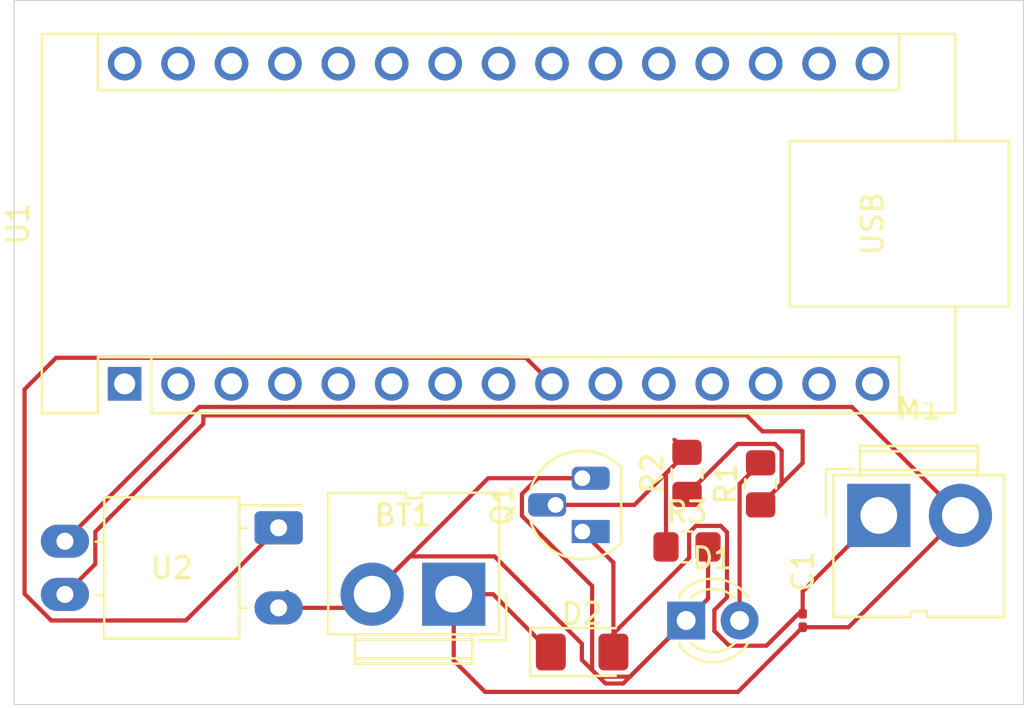
<source format=kicad_pcb>
(kicad_pcb (version 20240108) (generator "pcbnew") (generator_version "8.0")
  (layers (0 "F.Cu" signal) (31 "B.Cu" signal) (34 "B.Paste" user) (35 "F.Paste" user) (36 "B.SilkS" user "B.Silkscreen") (37 "F.SilkS" user "F.Silkscreen") (38 "B.Mask" user) (39 "F.Mask" user) (44 "Edge.Cuts" user))
  (net 0 "")
  (net 1 "Net-(BT1-+)")
  (net 2 "GND")
  (net 3 "Net-(D2-A)")
  (net 4 "Net-(D1-A)")
  (net 5 "Net-(Q1-G)")
  (net 6 "Net-(R1-Pad1)")
  (net 7 "Net-(U1-D6)")
  (footprint "Module:Arduino_Nano_WithMountingHoles" (layer "F.Cu") (at 34.26 60.74 90)
    (property "Reference" "U1" (at 7.62 -5.08 -90) (layer "F.SilkS"))
    (property "Value" "~")
    (fp_line (start 16.64 -3.94) (end -1.4 -3.94) (stroke (width 0.12)) (layer "F.SilkS"))
    (fp_line (start -1.4 -3.94) (end -1.4 -1.27) (stroke (width 0.12)) (layer "F.SilkS"))
    (fp_line (start 13.97 -1.27) (end 16.64 -1.27) (stroke (width 0.12)) (layer "F.SilkS"))
    (fp_line (start 13.97 -1.27) (end 13.97 36.83) (stroke (width 0.12)) (layer "F.SilkS"))
    (fp_line (start 1.27 -1.27) (end -1.4 -1.27) (stroke (width 0.12)) (layer "F.SilkS"))
    (fp_line (start 1.27 1.27) (end 1.27 -1.27) (stroke (width 0.12)) (layer "F.SilkS"))
    (fp_line (start 1.27 1.27) (end -1.4 1.27) (stroke (width 0.12)) (layer "F.SilkS"))
    (fp_line (start 1.27 1.27) (end 1.27 36.83) (stroke (width 0.12)) (layer "F.SilkS"))
    (fp_line (start -1.4 1.27) (end -1.4 39.5) (stroke (width 0.12)) (layer "F.SilkS"))
    (fp_line (start 11.56 31.62) (end 11.56 42.04) (stroke (width 0.12)) (layer "F.SilkS"))
    (fp_line (start 3.68 31.62) (end 11.56 31.62) (stroke (width 0.12)) (layer "F.SilkS"))
    (fp_line (start 13.97 36.83) (end 16.64 36.83) (stroke (width 0.12)) (layer "F.SilkS"))
    (fp_line (start 1.27 36.83) (end -1.4 36.83) (stroke (width 0.12)) (layer "F.SilkS"))
    (fp_line (start 16.64 39.5) (end 16.64 -3.94) (stroke (width 0.12)) (layer "F.SilkS"))
    (fp_line (start 16.64 39.5) (end 11.56 39.5) (stroke (width 0.12)) (layer "F.SilkS"))
    (fp_line (start -1.4 39.5) (end 3.68 39.5) (stroke (width 0.12)) (layer "F.SilkS"))
    (fp_line (start 11.56 42.04) (end 3.68 42.04) (stroke (width 0.12)) (layer "F.SilkS"))
    (fp_line (start 3.68 42.04) (end 3.68 31.62) (stroke (width 0.12)) (layer "F.SilkS"))
    (fp_text user "USB" (at 7.62 35.56 90) (layer "F.SilkS"))
    (pad "" np_thru_hole circle (at 0 -2.54 90) (size 1.78 1.78) (drill 1.78) (layers "*.Cu" "*.Mask"))
    (pad "" np_thru_hole circle (at 0 38.1 90) (size 1.78 1.78) (drill 1.78) (layers "*.Cu" "*.Mask"))
    (pad "" np_thru_hole circle (at 15.24 -2.54 90) (size 1.78 1.78) (drill 1.78) (layers "*.Cu" "*.Mask"))
    (pad "" np_thru_hole circle (at 15.24 38.1 90) (size 1.78 1.78) (drill 1.78) (layers "*.Cu" "*.Mask"))
    (pad "1" thru_hole rect (at 0 0 90) (size 1.6 1.6) (drill 1) (layers "*.Cu" "*.Mask"))
    (pad "2" thru_hole oval (at 0 2.54 90) (size 1.6 1.6) (drill 1) (layers "*.Cu" "*.Mask"))
    (pad "3" thru_hole oval (at 0 5.08 90) (size 1.6 1.6) (drill 1) (layers "*.Cu" "*.Mask"))
    (pad "4" thru_hole oval (at 0 7.62 90) (size 1.6 1.6) (drill 1) (layers "*.Cu" "*.Mask"))
    (pad "5" thru_hole oval (at 0 10.16 90) (size 1.6 1.6) (drill 1) (layers "*.Cu" "*.Mask"))
    (pad "6" thru_hole oval (at 0 12.7 90) (size 1.6 1.6) (drill 1) (layers "*.Cu" "*.Mask"))
    (pad "7" thru_hole oval (at 0 15.24 90) (size 1.6 1.6) (drill 1) (layers "*.Cu" "*.Mask"))
    (pad "8" thru_hole oval (at 0 17.78 90) (size 1.6 1.6) (drill 1) (layers "*.Cu" "*.Mask"))
    (pad "9" thru_hole oval (at 0 20.32 90) (size 1.6 1.6) (drill 1) (layers "*.Cu" "*.Mask") (net 7 "Net-(U1-D6)"))
    (pad "10" thru_hole oval (at 0 22.86 90) (size 1.6 1.6) (drill 1) (layers "*.Cu" "*.Mask"))
    (pad "11" thru_hole oval (at 0 25.4 90) (size 1.6 1.6) (drill 1) (layers "*.Cu" "*.Mask"))
    (pad "12" thru_hole oval (at 0 27.94 90) (size 1.6 1.6) (drill 1) (layers "*.Cu" "*.Mask"))
    (pad "13" thru_hole oval (at 0 30.48 90) (size 1.6 1.6) (drill 1) (layers "*.Cu" "*.Mask"))
    (pad "14" thru_hole oval (at 0 33.02 90) (size 1.6 1.6) (drill 1) (layers "*.Cu" "*.Mask"))
    (pad "15" thru_hole oval (at 0 35.56 90) (size 1.6 1.6) (drill 1) (layers "*.Cu" "*.Mask"))
    (pad "16" thru_hole oval (at 15.24 35.56 90) (size 1.6 1.6) (drill 1) (layers "*.Cu" "*.Mask"))
    (pad "17" thru_hole oval (at 15.24 33.02 90) (size 1.6 1.6) (drill 1) (layers "*.Cu" "*.Mask"))
    (pad "18" thru_hole oval (at 15.24 30.48 90) (size 1.6 1.6) (drill 1) (layers "*.Cu" "*.Mask"))
    (pad "19" thru_hole oval (at 15.24 27.94 90) (size 1.6 1.6) (drill 1) (layers "*.Cu" "*.Mask"))
    (pad "20" thru_hole oval (at 15.24 25.4 90) (size 1.6 1.6) (drill 1) (layers "*.Cu" "*.Mask"))
    (pad "21" thru_hole oval (at 15.24 22.86 90) (size 1.6 1.6) (drill 1) (layers "*.Cu" "*.Mask"))
    (pad "22" thru_hole oval (at 15.24 20.32 90) (size 1.6 1.6) (drill 1) (layers "*.Cu" "*.Mask"))
    (pad "23" thru_hole oval (at 15.24 17.78 90) (size 1.6 1.6) (drill 1) (layers "*.Cu" "*.Mask"))
    (pad "24" thru_hole oval (at 15.24 15.24 90) (size 1.6 1.6) (drill 1) (layers "*.Cu" "*.Mask"))
    (pad "25" thru_hole oval (at 15.24 12.7 90) (size 1.6 1.6) (drill 1) (layers "*.Cu" "*.Mask"))
    (pad "26" thru_hole oval (at 15.24 10.16 90) (size 1.6 1.6) (drill 1) (layers "*.Cu" "*.Mask"))
    (pad "27" thru_hole oval (at 15.24 7.62 90) (size 1.6 1.6) (drill 1) (layers "*.Cu" "*.Mask"))
    (pad "28" thru_hole oval (at 15.24 5.08 90) (size 1.6 1.6) (drill 1) (layers "*.Cu" "*.Mask"))
    (pad "29" thru_hole oval (at 15.24 2.54 90) (size 1.6 1.6) (drill 1) (layers "*.Cu" "*.Mask"))
    (pad "30" thru_hole oval (at 15.24 0 90) (size 1.6 1.6) (drill 1) (layers "*.Cu" "*.Mask"))
  )
  (footprint "OptoDevice:Luna_NSL-32" (layer "F.Cu") (at 41.58 67.59 180)
    (property "Reference" "U2" (at 5.08 -1.91 180) (layer "F.SilkS"))
    (property "Value" "NSL-32")
    (fp_line (start 8.29 1.45) (end 1.87 1.45) (stroke (width 0.12)) (layer "F.SilkS"))
    (fp_line (start 8.29 -0.66) (end 8.7 -0.66) (stroke (width 0.12)) (layer "F.SilkS"))
    (fp_line (start 8.29 -3.21) (end 8.7 -3.21) (stroke (width 0.12)) (layer "F.SilkS"))
    (fp_line (start 8.29 -5.27) (end 8.29 1.45) (stroke (width 0.12)) (layer "F.SilkS"))
    (fp_line (start 1.87 1.45) (end 1.87 -5.27) (stroke (width 0.12)) (layer "F.SilkS"))
    (fp_line (start 1.87 -5.27) (end 8.29 -5.27) (stroke (width 0.12)) (layer "F.SilkS"))
    (fp_line (start 1.46 0) (end 1.87 0) (stroke (width 0.12)) (layer "F.SilkS"))
    (fp_line (start 1.46 -3.8) (end 1.87 -3.8) (stroke (width 0.12)) (layer "F.SilkS"))
    (fp_line (start -1.12 1.07) (end 1.87 1.07) (stroke (width 0.12)) (layer "F.SilkS"))
    (pad "1" thru_hole roundrect (at 0 0 180) (size 2.29 1.57) (drill 0.81) (layers "*.Cu" "*.Mask") (roundrect_rratio 0.159) (net 7 "Net-(U1-D6)"))
    (pad "2" thru_hole oval (at 0 -3.81 180) (size 2.29 1.57) (drill 0.81) (layers "*.Cu" "*.Mask") (net 2 "GND"))
    (pad "3" thru_hole oval (at 10.16 -3.17 180) (size 2.29 1.57) (drill 0.81) (layers "*.Cu" "*.Mask") (net 6 "Net-(R1-Pad1)"))
    (pad "4" thru_hole oval (at 10.16 -0.64 180) (size 2.29 1.57) (drill 0.81) (layers "*.Cu" "*.Mask") (net 1 "Net-(BT1-+)"))
  )
  (footprint "Resistor_SMD:R_0805_2012Metric_Pad1.20x1.40mm_HandSolder" (layer "F.Cu") (at 61 65 90)
    (property "Reference" "R2" (at 0 -1.65 -90) (layer "F.SilkS"))
    (property "Value" "180")
    (fp_line (start -0.227064 -0.735) (end 0.227064 -0.735) (stroke (width 0.12)) (layer "F.SilkS"))
    (fp_line (start -0.227064 0.735) (end 0.227064 0.735) (stroke (width 0.12)) (layer "F.SilkS"))
    (pad "1" smd roundrect (at -1 0 90) (size 1.2 1.4) (layers "F.Cu" "F.Paste" "F.Mask") (roundrect_rratio 0.208333) (net 6 "Net-(R1-Pad1)"))
    (pad "2" smd roundrect (at 1 0 90) (size 1.2 1.4) (layers "F.Cu" "F.Paste" "F.Mask") (roundrect_rratio 0.208333) (net 5 "Net-(Q1-G)"))
  )
  (footprint "Resistor_SMD:R_0805_2012Metric_Pad1.20x1.40mm_HandSolder" (layer "F.Cu") (at 61 68.5)
    (property "Reference" "R3" (at 0 -1.65 0) (layer "F.SilkS"))
    (property "Value" "10k")
    (fp_line (start -0.227064 -0.735) (end 0.227064 -0.735) (stroke (width 0.12)) (layer "F.SilkS"))
    (fp_line (start -0.227064 0.735) (end 0.227064 0.735) (stroke (width 0.12)) (layer "F.SilkS"))
    (pad "1" smd roundrect (at -1 0) (size 1.2 1.4) (layers "F.Cu" "F.Paste" "F.Mask") (roundrect_rratio 0.208333) (net 5 "Net-(Q1-G)"))
    (pad "2" smd roundrect (at 1 0) (size 1.2 1.4) (layers "F.Cu" "F.Paste" "F.Mask") (roundrect_rratio 0.208333) (net 2 "GND"))
  )
  (footprint "Package_TO_SOT_THT:TO-92L_HandSolder" (layer "F.Cu") (at 56.02 67.77 90)
    (property "Reference" "Q1" (at 1.27 -3.8 -90) (layer "F.SilkS"))
    (property "Value" "NMOS")
    (fp_line (start -0.53 1.85) (end 3.07 1.85) (stroke (width 0.12)) (layer "F.SilkS"))
    (fp_arc (start 2.05 -2.45) (mid 3.769931 -0.601036) (end 3.078445 1.827684) (stroke (width 0.12)) (layer "F.SilkS"))
    (fp_arc (start -0.541453 1.842156) (mid -1.247298 -0.581475) (end 0.45 -2.45) (stroke (width 0.12)) (layer "F.SilkS"))
    (pad "1" thru_hole rect (at 0 0 90) (size 1.1 1.8) (drill 0.75 (offset 0 0.4)) (layers "*.Cu" "*.Mask") (net 3 "Net-(D2-A)"))
    (pad "2" thru_hole roundrect (at 1.27 -1.27 90) (size 1.1 1.8) (drill 0.75 (offset 0 -0.4)) (layers "*.Cu" "*.Mask") (net 5 "Net-(Q1-G)"))
    (pad "3" thru_hole roundrect (at 2.54 0 90) (size 1.1 1.8) (drill 0.75 (offset 0 0.4)) (layers "*.Cu" "*.Mask") (net 2 "GND"))
  )
  (footprint "Capacitor_SMD:C_0201_0603Metric" (layer "F.Cu") (at 66.5 72 -90)
    (property "Reference" "C1" (at -2.345 0 90) (layer "F.SilkS"))
    (property "Value" "0.1u")
    (pad "1" smd roundrect (at -0.32 0 270) (size 0.46 0.4) (layers "F.Cu" "F.Mask") (net 3 "Net-(D2-A)"))
    (pad "2" smd roundrect (at 0.32 0 270) (size 0.46 0.4) (layers "F.Cu" "F.Mask") (net 1 "Net-(BT1-+)"))
  )
  (footprint "Diode_SMD:D_1206_3216Metric_Pad1.42x1.75mm_HandSolder" (layer "F.Cu") (at 56.0125 73.5)
    (property "Reference" "D2" (at 0 -1.82 0) (layer "F.SilkS"))
    (property "Value" "D")
    (fp_line (start -2.46 -1.135) (end -2.46 1.135) (stroke (width 0.12)) (layer "F.SilkS"))
    (fp_line (start -2.46 1.135) (end 1.6 1.135) (stroke (width 0.12)) (layer "F.SilkS"))
    (fp_line (start 1.6 -1.135) (end -2.46 -1.135) (stroke (width 0.12)) (layer "F.SilkS"))
    (pad "1" smd roundrect (at -1.4875 0) (size 1.425 1.75) (layers "F.Cu" "F.Paste" "F.Mask") (roundrect_rratio 0.175439) (net 1 "Net-(BT1-+)"))
    (pad "2" smd roundrect (at 1.4875 0) (size 1.425 1.75) (layers "F.Cu" "F.Paste" "F.Mask") (roundrect_rratio 0.175439) (net 3 "Net-(D2-A)"))
  )
  (footprint "Connector:JWT_A3963_1x02_P3.96mm_Vertical" (layer "F.Cu") (at 70.12 67)
    (property "Reference" "M1" (at 1.91 -5.08 0) (layer "F.SilkS"))
    (property "Value" "Motor_DC")
    (fp_line (start -2.5 -2.2) (end -2.5 0) (stroke (width 0.12)) (layer "F.SilkS"))
    (fp_line (start -2.16 -1.91) (end -2.16 0) (stroke (width 0.12)) (layer "F.SilkS"))
    (fp_line (start -2.16 -1.91) (end 5.97 -1.91) (stroke (width 0.12)) (layer "F.SilkS"))
    (fp_line (start -2.16 0) (end -2.16 4.83) (stroke (width 0.12)) (layer "F.SilkS"))
    (fp_line (start -1.2 -2.2) (end -2.5 -2.2) (stroke (width 0.12)) (layer "F.SilkS"))
    (fp_line (start -0.89 -3.3) (end 4.7 -3.3) (stroke (width 0.12)) (layer "F.SilkS"))
    (fp_line (start -0.89 -3.05) (end 4.7 -3.05) (stroke (width 0.12)) (layer "F.SilkS"))
    (fp_line (start -0.89 -2.16) (end 4.7 -2.16) (stroke (width 0.12)) (layer "F.SilkS"))
    (fp_line (start -0.89 -1.91) (end -0.89 -3.3) (stroke (width 0.12)) (layer "F.SilkS"))
    (fp_line (start 1.52 4.57) (end 2.29 4.57) (stroke (width 0.12)) (layer "F.SilkS"))
    (fp_line (start 1.52 4.83) (end -2.16 4.83) (stroke (width 0.12)) (layer "F.SilkS"))
    (fp_line (start 1.52 4.83) (end 1.52 4.57) (stroke (width 0.12)) (layer "F.SilkS"))
    (fp_line (start 2.29 4.57) (end 2.29 4.83) (stroke (width 0.12)) (layer "F.SilkS"))
    (fp_line (start 2.29 4.83) (end 5.97 4.83) (stroke (width 0.12)) (layer "F.SilkS"))
    (fp_line (start 4.7 -1.91) (end 4.7 -3.3) (stroke (width 0.12)) (layer "F.SilkS"))
    (fp_line (start 5.97 -1.91) (end 5.97 0) (stroke (width 0.12)) (layer "F.SilkS"))
    (fp_line (start 5.97 4.83) (end 5.97 0) (stroke (width 0.12)) (layer "F.SilkS"))
    (pad "1" thru_hole rect (at 0 0) (size 3 3) (drill 1.75) (layers "*.Cu" "*.Mask") (net 3 "Net-(D2-A)"))
    (pad "2" thru_hole circle (at 3.88 0) (size 3 3) (drill 1.75) (layers "*.Cu" "*.Mask") (net 1 "Net-(BT1-+)"))
  )
  (footprint "Resistor_SMD:R_0805_2012Metric_Pad1.20x1.40mm_HandSolder" (layer "F.Cu") (at 64.5 65.5 90)
    (property "Reference" "R1" (at 0 -1.65 -90) (layer "F.SilkS"))
    (property "Value" "1k")
    (fp_line (start -0.227064 -0.735) (end 0.227064 -0.735) (stroke (width 0.12)) (layer "F.SilkS"))
    (fp_line (start -0.227064 0.735) (end 0.227064 0.735) (stroke (width 0.12)) (layer "F.SilkS"))
    (pad "1" smd roundrect (at -1 0 90) (size 1.2 1.4) (layers "F.Cu" "F.Paste" "F.Mask") (roundrect_rratio 0.208333) (net 6 "Net-(R1-Pad1)"))
    (pad "2" smd roundrect (at 1 0 90) (size 1.2 1.4) (layers "F.Cu" "F.Paste" "F.Mask") (roundrect_rratio 0.208333) (net 4 "Net-(D1-A)"))
  )
  (footprint "LED_THT:LED_D3.0mm_IRGrey" (layer "F.Cu") (at 60.96 72)
    (property "Reference" "D1" (at 1.27 -2.96 0) (layer "F.SilkS"))
    (property "Value" "LED")
    (fp_line (start -0.29 -1.236) (end -0.29 -1.08) (stroke (width 0.12)) (layer "F.SilkS"))
    (fp_line (start -0.29 1.08) (end -0.29 1.236) (stroke (width 0.12)) (layer "F.SilkS"))
    (fp_arc (start -0.29 -1.235516) (mid 1.366487 -1.987659) (end 2.942335 -1.078608) (stroke (width 0.12)) (layer "F.SilkS"))
    (fp_arc (start 0.229039 -1.08) (mid 1.270117 -1.5) (end 2.31113 -1.079837) (stroke (width 0.12)) (layer "F.SilkS"))
    (fp_arc (start 2.31113 1.079837) (mid 1.270117 1.5) (end 0.229039 1.08) (stroke (width 0.12)) (layer "F.SilkS"))
    (fp_arc (start 2.942335 1.078608) (mid 1.366487 1.987659) (end -0.29 1.235516) (stroke (width 0.12)) (layer "F.SilkS"))
    (pad "1" thru_hole rect (at 0 0) (size 1.8 1.8) (drill 0.9) (layers "*.Cu" "*.Mask") (net 2 "GND"))
    (pad "2" thru_hole circle (at 2.54 0) (size 1.8 1.8) (drill 0.9) (layers "*.Cu" "*.Mask") (net 4 "Net-(D1-A)"))
  )
  (footprint "Connector:JWT_A3963_1x02_P3.96mm_Vertical" (layer "F.Cu") (at 49.9075 70.75 180)
    (property "Reference" "BT1" (at 2.4075 3.75 180) (layer "F.SilkS"))
    (property "Value" "3.7V")
    (fp_line (start 5.97 4.83) (end 5.97 0) (stroke (width 0.12)) (layer "F.SilkS"))
    (fp_line (start 5.97 -1.91) (end 5.97 0) (stroke (width 0.12)) (layer "F.SilkS"))
    (fp_line (start 4.7 -1.91) (end 4.7 -3.3) (stroke (width 0.12)) (layer "F.SilkS"))
    (fp_line (start 2.29 4.83) (end 5.97 4.83) (stroke (width 0.12)) (layer "F.SilkS"))
    (fp_line (start 2.29 4.57) (end 2.29 4.83) (stroke (width 0.12)) (layer "F.SilkS"))
    (fp_line (start 1.52 4.83) (end 1.52 4.57) (stroke (width 0.12)) (layer "F.SilkS"))
    (fp_line (start 1.52 4.83) (end -2.16 4.83) (stroke (width 0.12)) (layer "F.SilkS"))
    (fp_line (start 1.52 4.57) (end 2.29 4.57) (stroke (width 0.12)) (layer "F.SilkS"))
    (fp_line (start -0.89 -1.91) (end -0.89 -3.3) (stroke (width 0.12)) (layer "F.SilkS"))
    (fp_line (start -0.89 -2.16) (end 4.7 -2.16) (stroke (width 0.12)) (layer "F.SilkS"))
    (fp_line (start -0.89 -3.05) (end 4.7 -3.05) (stroke (width 0.12)) (layer "F.SilkS"))
    (fp_line (start -0.89 -3.3) (end 4.7 -3.3) (stroke (width 0.12)) (layer "F.SilkS"))
    (fp_line (start -1.2 -2.2) (end -2.5 -2.2) (stroke (width 0.12)) (layer "F.SilkS"))
    (fp_line (start -2.16 0) (end -2.16 4.83) (stroke (width 0.12)) (layer "F.SilkS"))
    (fp_line (start -2.16 -1.91) (end 5.97 -1.91) (stroke (width 0.12)) (layer "F.SilkS"))
    (fp_line (start -2.16 -1.91) (end -2.16 0) (stroke (width 0.12)) (layer "F.SilkS"))
    (fp_line (start -2.5 -2.2) (end -2.5 0) (stroke (width 0.12)) (layer "F.SilkS"))
    (pad "1" thru_hole rect (at 0 0 180) (size 3 3) (drill 1.75) (layers "*.Cu" "*.Mask") (net 1 "Net-(BT1-+)"))
    (pad "2" thru_hole circle (at 3.88 0 180) (size 3 3) (drill 1.75) (layers "*.Cu" "*.Mask") (net 2 "GND"))
  )
  (gr_rect (start 29 42.5) (end 77 76) (stroke (width 0.05)) (fill none) (layer "Edge.Cuts"))
  (segment (start 49.9075 73.9075) (end 51.4 75.4) (width 0.2) (layer "F.Cu") (net 1))
  (segment (start 37.81 61.84) (end 31.42 68.23) (width 0.2) (layer "F.Cu") (net 1))
  (segment (start 51.4 75.4) (end 63.42 75.4) (width 0.2) (layer "F.Cu") (net 1))
  (segment (start 49.9075 70.75) (end 49.9075 73.9075) (width 0.2) (layer "F.Cu") (net 1))
  (segment (start 74 67) (end 68.84 61.84) (width 0.2) (layer "F.Cu") (net 1))
  (segment (start 63.42 75.4) (end 66.5 72.32) (width 0.2) (layer "F.Cu") (net 1))
  (segment (start 49.9075 70.75) (end 51.775 70.75) (width 0.2) (layer "F.Cu") (net 1))
  (segment (start 51.775 70.75) (end 54.525 73.5) (width 0.2) (layer "F.Cu") (net 1))
  (segment (start 74 67) (end 68.68 72.32) (width 0.2) (layer "F.Cu") (net 1))
  (segment (start 68.84 61.84) (end 37.81 61.84) (width 0.2) (layer "F.Cu") (net 1))
  (segment (start 68.68 72.32) (end 66.5 72.32) (width 0.2) (layer "F.Cu") (net 1))
  (segment (start 46.0275 70.75) (end 47.8275 68.95) (width 0.2) (layer "F.Cu") (net 2))
  (segment (start 47.8275 68.95) (end 51.847244 68.95) (width 0.2) (layer "F.Cu") (net 2))
  (segment (start 51.5475 65.23) (end 56.02 65.23) (width 0.2) (layer "F.Cu") (net 2))
  (segment (start 60.96 72) (end 58.285 74.675) (width 0.2) (layer "F.Cu") (net 2))
  (segment (start 46.0275 70.75) (end 51.5475 65.23) (width 0.2) (layer "F.Cu") (net 2))
  (segment (start 53.15 67.020792) (end 53.15 65.979208) (width 0.2) (layer "F.Cu") (net 2))
  (segment (start 41.99 70.99) (end 41.99 70.64) (width 0.2) (layer "F.Cu") (net 2))
  (segment (start 56 73.102756) (end 56 73.872244) (width 0.2) (layer "F.Cu") (net 2))
  (segment (start 55.96 65) (end 55.73 65.23) (width 0.2) (layer "F.Cu") (net 2))
  (segment (start 45.3775 71.4) (end 46.0275 70.75) (width 0.2) (layer "F.Cu") (net 2))
  (segment (start 51.847244 68.95) (end 56 73.102756) (width 0.2) (layer "F.Cu") (net 2))
  (segment (start 61.915256 68.5) (end 62 68.5) (width 0.2) (layer "F.Cu") (net 2))
  (segment (start 56.802756 74.675) (end 56.4875 74.359744) (width 0.2) (layer "F.Cu") (net 2))
  (segment (start 62 68.5) (end 62 70.96) (width 0.2) (layer "F.Cu") (net 2))
  (segment (start 53.15 65.979208) (end 53.899208 65.23) (width 0.2) (layer "F.Cu") (net 2))
  (segment (start 41.58 71.4) (end 45.3775 71.4) (width 0.2) (layer "F.Cu") (net 2))
  (segment (start 53.899208 65.23) (end 56.02 65.23) (width 0.2) (layer "F.Cu") (net 2))
  (segment (start 57.127756 75) (end 57.96 75) (width 0.2) (layer "F.Cu") (net 2))
  (segment (start 62 70.96) (end 60.96 72) (width 0.2) (layer "F.Cu") (net 2))
  (segment (start 56.4875 70.358292) (end 53.15 67.020792) (width 0.2) (layer "F.Cu") (net 2))
  (segment (start 56.4875 74.359744) (end 56.4875 70.358292) (width 0.2) (layer "F.Cu") (net 2))
  (segment (start 56 73.872244) (end 57.127756 75) (width 0.2) (layer "F.Cu") (net 2))
  (segment (start 58.285 74.675) (end 56.802756 74.675) (width 0.2) (layer "F.Cu") (net 2))
  (segment (start 41.58 71.4) (end 41.99 70.99) (width 0.2) (layer "F.Cu") (net 2))
  (segment (start 57.96 75) (end 60.96 72) (width 0.2) (layer "F.Cu") (net 2))
  (segment (start 62.6 67.5) (end 62.901471 67.801471) (width 0.2) (layer "F.Cu") (net 3))
  (segment (start 62.3 72.497057) (end 63.002943 73.2) (width 0.2) (layer "F.Cu") (net 3))
  (segment (start 56.02 68.07) (end 56.02 67.77) (width 0.2) (layer "F.Cu") (net 3))
  (segment (start 57.5 73.5) (end 57.5 72.625001) (width 0.2) (layer "F.Cu") (net 3))
  (segment (start 57.5 69.25) (end 56.02 67.77) (width 0.2) (layer "F.Cu") (net 3))
  (segment (start 70.12 67) (end 66.5 70.62) (width 0.2) (layer "F.Cu") (net 3))
  (segment (start 64.780001 73.2) (end 66.300001 71.68) (width 0.2) (layer "F.Cu") (net 3))
  (segment (start 57.5 72.625001) (end 61.1 69.025001) (width 0.2) (layer "F.Cu") (net 3))
  (segment (start 57.5 73.5) (end 57.5 69.25) (width 0.2) (layer "F.Cu") (net 3))
  (segment (start 66.5 70.62) (end 66.5 71.68) (width 0.2) (layer "F.Cu") (net 3))
  (segment (start 61.1 67.815256) (end 61.415256 67.5) (width 0.2) (layer "F.Cu") (net 3))
  (segment (start 62.3 71.502943) (end 62.3 72.497057) (width 0.2) (layer "F.Cu") (net 3))
  (segment (start 61.415256 67.5) (end 62.6 67.5) (width 0.2) (layer "F.Cu") (net 3))
  (segment (start 62.901471 67.801471) (end 62.901471 70.901472) (width 0.2) (layer "F.Cu") (net 3))
  (segment (start 62.901471 70.901472) (end 62.3 71.502943) (width 0.2) (layer "F.Cu") (net 3))
  (segment (start 57.5 73.5) (end 57.7 73.7) (width 0.2) (layer "F.Cu") (net 3))
  (segment (start 63.002943 73.2) (end 64.780001 73.2) (width 0.2) (layer "F.Cu") (net 3))
  (segment (start 70.12 67.077057) (end 70.12 67) (width 0.2) (layer "F.Cu") (net 3))
  (segment (start 61.1 69.025001) (end 61.1 67.815256) (width 0.2) (layer "F.Cu") (net 3))
  (segment (start 66.300001 71.68) (end 66.5 71.68) (width 0.2) (layer "F.Cu") (net 3))
  (segment (start 63.5 65.5) (end 64.5 64.5) (width 0.2) (layer "F.Cu") (net 4))
  (segment (start 63.5 72) (end 63.5 65.5) (width 0.2) (layer "F.Cu") (net 4))
  (segment (start 61 64) (end 60 65) (width 0.2) (layer "F.Cu") (net 5))
  (segment (start 58.5 66.5) (end 54.75 66.5) (width 0.2) (layer "F.Cu") (net 5))
  (segment (start 60 65) (end 60 68.5) (width 0.2) (layer "F.Cu") (net 5))
  (segment (start 61 64) (end 58.5 66.5) (width 0.2) (layer "F.Cu") (net 5))
  (segment (start 61 64) (end 60.4 63.4) (width 0.2) (layer "F.Cu") (net 5))
  (segment (start 65.184744 63.6) (end 65.5 63.915256) (width 0.2) (layer "F.Cu") (net 6))
  (segment (start 64.584744 63) (end 66.5 63) (width 0.2) (layer "F.Cu") (net 6))
  (segment (start 61 66) (end 63.4 63.6) (width 0.2) (layer "F.Cu") (net 6))
  (segment (start 31.42 70.76) (end 31.42 70.58) (width 0.2) (layer "F.Cu") (net 6))
  (segment (start 38 62.645578) (end 38 62.24) (width 0.2) (layer "F.Cu") (net 6))
  (segment (start 66.5 64.5) (end 64.5 66.5) (width 0.2) (layer "F.Cu") (net 6))
  (segment (start 38 62.24) (end 63.824744 62.24) (width 0.2) (layer "F.Cu") (net 6))
  (segment (start 65.5 65.5) (end 64.5 66.5) (width 0.2) (layer "F.Cu") (net 6))
  (segment (start 31.42 70.76) (end 32.865 69.315) (width 0.2) (layer "F.Cu") (net 6))
  (segment (start 32.865 69.315) (end 32.865 67.780578) (width 0.2) (layer "F.Cu") (net 6))
  (segment (start 66.5 63) (end 66.5 64.5) (width 0.2) (layer "F.Cu") (net 6))
  (segment (start 63.4 63.6) (end 65.184744 63.6) (width 0.2) (layer "F.Cu") (net 6))
  (segment (start 65.5 63.915256) (end 65.5 65.5) (width 0.2) (layer "F.Cu") (net 6))
  (segment (start 32.865 67.780578) (end 38 62.645578) (width 0.2) (layer "F.Cu") (net 6))
  (segment (start 63.824744 62.24) (end 64.584744 63) (width 0.2) (layer "F.Cu") (net 6))
  (segment (start 37.17 72) (end 41.58 67.59) (width 0.2) (layer "F.Cu") (net 7))
  (segment (start 31 59.5) (end 29.5 61) (width 0.2) (layer "F.Cu") (net 7))
  (segment (start 54.58 60.74) (end 53.34 59.5) (width 0.2) (layer "F.Cu") (net 7))
  (segment (start 30.765578 72) (end 37.17 72) (width 0.2) (layer "F.Cu") (net 7))
  (segment (start 29.5 61) (end 29.5 70.734422) (width 0.2) (layer "F.Cu") (net 7))
  (segment (start 53.34 59.5) (end 31 59.5) (width 0.2) (layer "F.Cu") (net 7))
  (segment (start 29.5 70.734422) (end 30.765578 72) (width 0.2) (layer "F.Cu") (net 7))
)
</source>
